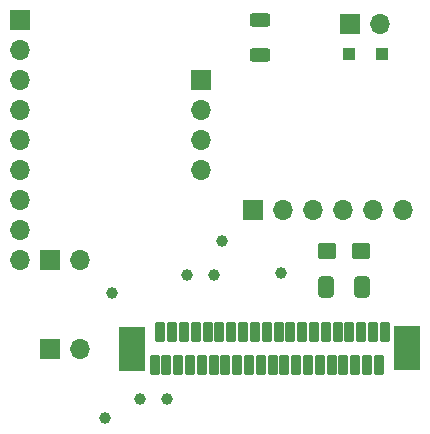
<source format=gbr>
%TF.GenerationSoftware,KiCad,Pcbnew,9.0.0*%
%TF.CreationDate,2025-06-13T13:21:56+01:00*%
%TF.ProjectId,KiCAD_uPicomac3_4,4b694341-445f-4755-9069-636f6d616333,rev?*%
%TF.SameCoordinates,Original*%
%TF.FileFunction,Soldermask,Top*%
%TF.FilePolarity,Negative*%
%FSLAX46Y46*%
G04 Gerber Fmt 4.6, Leading zero omitted, Abs format (unit mm)*
G04 Created by KiCad (PCBNEW 9.0.0) date 2025-06-13 13:21:56*
%MOMM*%
%LPD*%
G01*
G04 APERTURE LIST*
G04 Aperture macros list*
%AMRoundRect*
0 Rectangle with rounded corners*
0 $1 Rounding radius*
0 $2 $3 $4 $5 $6 $7 $8 $9 X,Y pos of 4 corners*
0 Add a 4 corners polygon primitive as box body*
4,1,4,$2,$3,$4,$5,$6,$7,$8,$9,$2,$3,0*
0 Add four circle primitives for the rounded corners*
1,1,$1+$1,$2,$3*
1,1,$1+$1,$4,$5*
1,1,$1+$1,$6,$7*
1,1,$1+$1,$8,$9*
0 Add four rect primitives between the rounded corners*
20,1,$1+$1,$2,$3,$4,$5,0*
20,1,$1+$1,$4,$5,$6,$7,0*
20,1,$1+$1,$6,$7,$8,$9,0*
20,1,$1+$1,$8,$9,$2,$3,0*%
G04 Aperture macros list end*
%ADD10R,1.700000X1.700000*%
%ADD11O,1.700000X1.700000*%
%ADD12RoundRect,0.250000X-0.537500X-0.425000X0.537500X-0.425000X0.537500X0.425000X-0.537500X0.425000X0*%
%ADD13RoundRect,0.250000X-0.412500X-0.650000X0.412500X-0.650000X0.412500X0.650000X-0.412500X0.650000X0*%
%ADD14C,1.000000*%
%ADD15RoundRect,0.250000X-0.300000X-0.300000X0.300000X-0.300000X0.300000X0.300000X-0.300000X0.300000X0*%
%ADD16RoundRect,0.250000X-0.625000X0.312500X-0.625000X-0.312500X0.625000X-0.312500X0.625000X0.312500X0*%
%ADD17RoundRect,0.102000X0.300000X0.750000X-0.300000X0.750000X-0.300000X-0.750000X0.300000X-0.750000X0*%
%ADD18RoundRect,0.102000X1.000000X1.800000X-1.000000X1.800000X-1.000000X-1.800000X1.000000X-1.800000X0*%
G04 APERTURE END LIST*
D10*
%TO.C,J9*%
X130680000Y-51179301D03*
D11*
X133220000Y-51179301D03*
%TD*%
D10*
%TO.C,J6*%
X118005000Y-55890000D03*
D11*
X118005000Y-58430000D03*
X118005000Y-60970000D03*
X118005000Y-63510000D03*
%TD*%
D12*
%TO.C,C1*%
X128705779Y-70325603D03*
X131580779Y-70325603D03*
%TD*%
D13*
%TO.C,C2*%
X128585779Y-73440603D03*
X131710779Y-73440603D03*
%TD*%
D14*
%TO.C,tp6*%
X116880370Y-72385168D03*
%TD*%
D10*
%TO.C,J2*%
X122416803Y-66904054D03*
D11*
X124956803Y-66904054D03*
X127496803Y-66904054D03*
X130036803Y-66904054D03*
X132576803Y-66904054D03*
X135116803Y-66904054D03*
%TD*%
D10*
%TO.C,J3*%
X102740000Y-50800000D03*
D11*
X102740000Y-53340000D03*
X102740000Y-55880000D03*
X102740000Y-58420000D03*
X102740000Y-60960000D03*
X102740000Y-63500000D03*
X102740000Y-66040000D03*
X102740000Y-68580000D03*
X102740000Y-71120000D03*
%TD*%
D14*
%TO.C,tp8*%
X119822522Y-69500745D03*
%TD*%
%TO.C,tp1*%
X109940888Y-84474133D03*
%TD*%
D15*
%TO.C,D1*%
X130550000Y-53710000D03*
X133350000Y-53710000D03*
%TD*%
D14*
%TO.C,tp7*%
X112900000Y-82920000D03*
%TD*%
%TO.C,tp5*%
X115146730Y-82900163D03*
%TD*%
%TO.C,tp4*%
X119131865Y-72385168D03*
%TD*%
D10*
%TO.C,J4*%
X105280000Y-71130549D03*
D11*
X107820000Y-71130549D03*
%TD*%
D14*
%TO.C,tp3*%
X110496622Y-73883910D03*
%TD*%
%TO.C,tp2*%
X124811187Y-72201792D03*
%TD*%
D16*
%TO.C,R1*%
X123060000Y-50816274D03*
X123060000Y-53741274D03*
%TD*%
D17*
%TO.C,J1*%
X114104258Y-80011131D03*
X114604258Y-77211131D03*
X115104258Y-80011131D03*
X115604258Y-77211131D03*
X116104258Y-80011131D03*
X116604258Y-77211131D03*
X117104258Y-80011131D03*
X117604258Y-77211131D03*
X118104258Y-80011131D03*
X118604258Y-77211131D03*
X119104258Y-80011131D03*
X119604258Y-77211131D03*
X120104258Y-80011131D03*
X120604258Y-77211131D03*
X121104258Y-80011131D03*
X121604258Y-77211131D03*
X122104258Y-80011131D03*
X122604258Y-77211131D03*
X123104258Y-80011131D03*
X123604258Y-77211131D03*
X124104258Y-80011131D03*
X124604258Y-77211131D03*
X125104258Y-80011131D03*
X125604258Y-77211131D03*
X126104258Y-80011131D03*
X126604258Y-77211131D03*
X127104258Y-80011131D03*
X127604258Y-77211131D03*
X128104258Y-80011131D03*
X128604258Y-77211131D03*
X129104258Y-80011131D03*
X129604258Y-77211131D03*
X130104258Y-80011131D03*
X130604258Y-77211131D03*
X131104258Y-80011131D03*
X131604258Y-77211131D03*
X132104258Y-80011131D03*
X132604258Y-77211131D03*
X133104258Y-80011131D03*
X133604258Y-77211131D03*
D18*
X112226408Y-78614928D03*
X135456886Y-78610777D03*
%TD*%
D10*
%TO.C,J7*%
X105290735Y-78664243D03*
D11*
X107830735Y-78664243D03*
%TD*%
M02*

</source>
